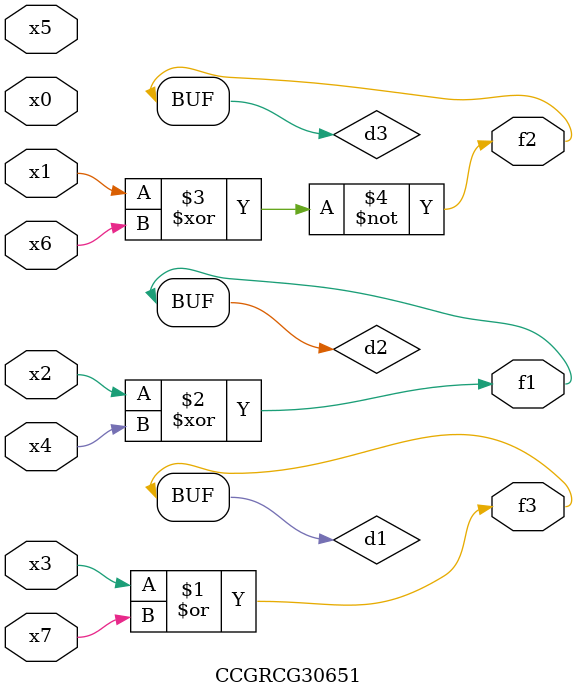
<source format=v>
module CCGRCG30651(
	input x0, x1, x2, x3, x4, x5, x6, x7,
	output f1, f2, f3
);

	wire d1, d2, d3;

	or (d1, x3, x7);
	xor (d2, x2, x4);
	xnor (d3, x1, x6);
	assign f1 = d2;
	assign f2 = d3;
	assign f3 = d1;
endmodule

</source>
